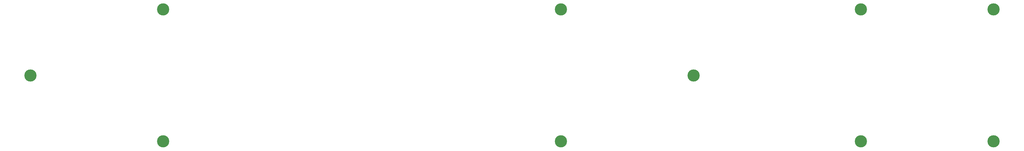
<source format=gbr>
G04 #@! TF.GenerationSoftware,KiCad,Pcbnew,(5.1.2-1)-1*
G04 #@! TF.CreationDate,2020-02-22T12:25:28-06:00*
G04 #@! TF.ProjectId,therick64BA_bottom_plate,74686572-6963-46b3-9634-42415f626f74,rev?*
G04 #@! TF.SameCoordinates,Original*
G04 #@! TF.FileFunction,Copper,L1,Top*
G04 #@! TF.FilePolarity,Positive*
%FSLAX46Y46*%
G04 Gerber Fmt 4.6, Leading zero omitted, Abs format (unit mm)*
G04 Created by KiCad (PCBNEW (5.1.2-1)-1) date 2020-02-22 12:25:28*
%MOMM*%
%LPD*%
G04 APERTURE LIST*
%ADD10C,3.500000*%
G04 APERTURE END LIST*
D10*
X341240000Y-53960000D03*
X341240000Y-91960000D03*
X303240000Y-91960000D03*
X303240000Y-53960000D03*
X255360000Y-72960000D03*
X217360000Y-91960000D03*
X217360000Y-53960000D03*
X103360000Y-91960000D03*
X103360000Y-53975000D03*
X65360000Y-72960000D03*
M02*

</source>
